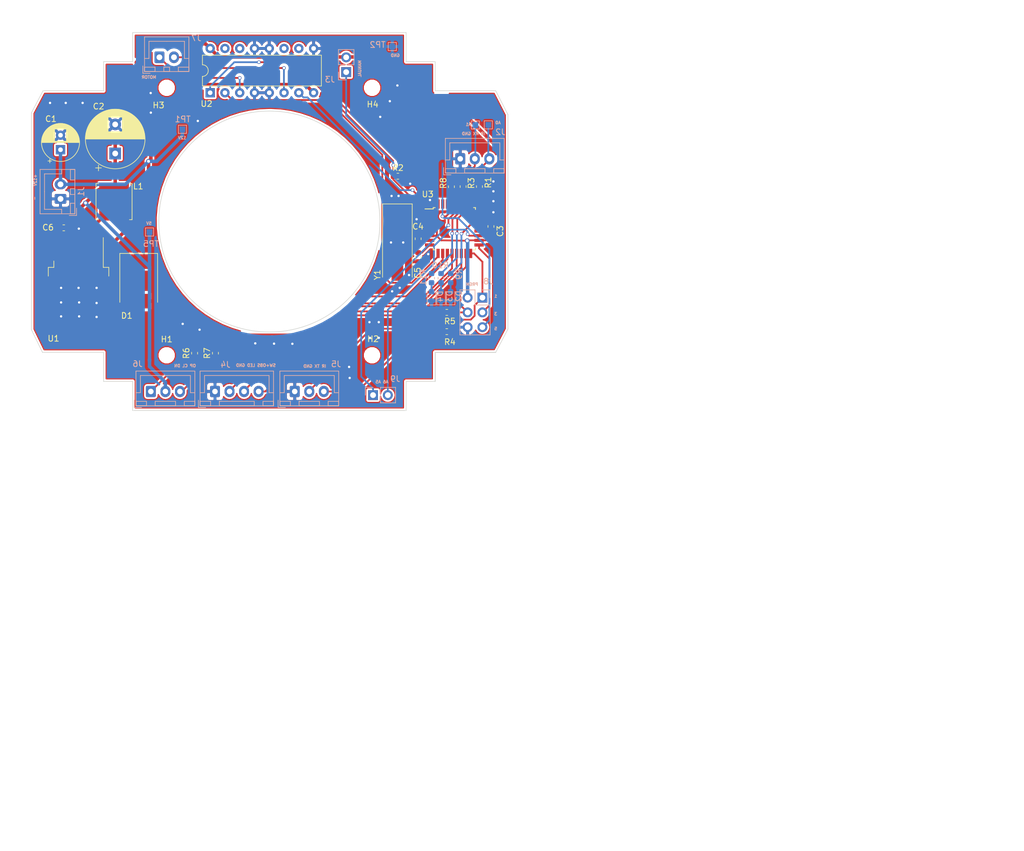
<source format=kicad_pcb>
(kicad_pcb (version 20171130) (host pcbnew 5.0.2-bee76a0~70~ubuntu18.04.1)
  (title_block (date "jeu. 02 avril 2015"))
  (layers (0 F.Cu signal) (31 B.Cu signal) (34 B.Paste user) (35 F.Paste user) (36 B.SilkS user) (37 F.SilkS user) (38 B.Mask user) (39 F.Mask user) (44 Edge.Cuts user))
  (net 0 "")
  (net 1 GND)
  (net 2 /2)
  (net 3 /4)
  (net 4 /7)
  (net 5 /8)
  (net 6 +5V)
  (net 7 +12V)
  (net 8 "Net-(D1-Pad1)")
  (net 9 /6)
  (net 10 /3)
  (net 11 "Net-(J7-Pad2)")
  (net 12 "Net-(J7-Pad1)")
  (net 13 /10)
  (net 14 /11)
  (net 15 /12)
  (net 16 /5)
  (net 17 "Net-(C3-Pad1)")
  (net 18 "Net-(C4-Pad2)")
  (net 19 "Net-(C5-Pad2)")
  (net 20 "Net-(D3-Pad2)")
  (net 21 "Net-(D4-Pad2)")
  (net 22 /A0)
  (net 23 "Net-(D2-Pad2)")
  (net 24 /A1)
  (net 25 /9)
  (net 26 "Net-(J5-Pad2)")
  (net 27 "Net-(J5-Pad3)")
  (net 28 /Atmega328p_board/SCK)
  (net 29 /Atmega328p_board/RESET)
  (net 30 /Atmega328p_board/A6)
  (net 31 /Atmega328p_board/A5)
  (net 32 /Atmega328p_board/A2)
  (net 33 /Atmega328p_board/A3)
  (net 34 /Atmega328p_board/A4)
  (module TestPoint:TestPoint_Pad_1.0x1.0mm (layer B.Cu) (at 174.3 48.8)
    (fp_text reference TP4 hide)
    (fp_text value TestPoint)
    (pad 1 smd rect (at 0 0) (size 1 1) (layers B.Cu B.Mask) (net 24 /A1))
  )
  (module Resistor_SMD:R_0603_1608Metric (layer F.Cu) (at 160.9875 57.6)
    (fp_text reference R2 (at 0 -1.43) (layer F.SilkS))
    (fp_text value 100K)
    (pad 1 smd roundrect (at -0.7875 0) (size 0.875 0.95) (layers F.Cu F.Paste F.Mask) (net 3 /4))
    (pad 2 smd roundrect (at 0.7875 0) (size 0.875 0.95) (layers F.Cu F.Paste F.Mask) (net 1 GND))
  )
  (module Resistor_SMD:R_0603_1608Metric (layer F.Cu) (at 175 59.3875 270)
    (fp_text reference R1 (at -0.6875 -1.5 90) (layer F.SilkS))
    (fp_text value 60K)
    (pad 1 smd roundrect (at -0.7875 0 270) (size 0.875 0.95) (layers F.Cu F.Paste F.Mask) (net 6 +5V))
    (pad 2 smd roundrect (at 0.7875 0 270) (size 0.875 0.95) (layers F.Cu F.Paste F.Mask) (net 22 /A0))
  )
  (module Resistor_SMD:R_0603_1608Metric (layer F.Cu) (at 172.2 59.3875 270)
    (fp_text reference R3 (at -0.5875 -1.4 270) (layer F.SilkS))
    (fp_text value 60K)
    (pad 2 smd roundrect (at 0.7875 0 270) (size 0.875 0.95) (layers F.Cu F.Paste F.Mask) (net 24 /A1))
    (pad 1 smd roundrect (at -0.7875 0 270) (size 0.875 0.95) (layers F.Cu F.Paste F.Mask) (net 6 +5V))
  )
  (module Resistor_SMD:R_0603_1608Metric (layer F.Cu) (at 169.3925 84.328 180)
    (fp_text reference R4 (at -0.5335 -1.778 180) (layer F.SilkS))
    (fp_text value 150E)
    (pad 1 smd roundrect (at -0.7875 0 180) (size 0.875 0.95) (layers F.Cu F.Paste F.Mask) (net 15 /12))
    (pad 2 smd roundrect (at 0.7875 0 180) (size 0.875 0.95) (layers F.Cu F.Paste F.Mask) (net 27 "Net-(J5-Pad3)"))
  )
  (module Connector_JST:JST_XH_B03B-XH-A_1x03_P2.50mm_Vertical (layer B.Cu) (at 171.704 54.61)
    (fp_text reference J2 (at 6.9 -4.6) (layer B.SilkS) (effects (justify mirror)))
    (fp_text value JST_XH_3pin)
    (pad 3 thru_hole oval (at 5 0) (size 1.7 1.95) (drill 0.95) (layers *.Cu *.Mask) (net 22 /A0))
    (pad 2 thru_hole oval (at 2.5 0) (size 1.7 1.95) (drill 0.95) (layers *.Cu *.Mask) (net 24 /A1))
    (pad 1 thru_hole roundrect (at 0 0) (size 1.7 1.95) (drill 0.95) (layers *.Cu *.Mask) (roundrect_rratio 0.147059) (net 1 GND))
  )
  (module Package_QFP:TQFP-32_7x7mm_P0.8mm (layer F.Cu) (at 170.69 66.63)
    (fp_text reference U3 (at -4.574 -5.924) (layer F.SilkS))
    (fp_text value ATmega328P-AU)
    (pad 32 smd rect (at -2.8 -4.25 90) (size 1.6 0.55) (layers F.Cu F.Paste F.Mask) (net 2 /2))
    (pad 31 smd rect (at -2 -4.25 90) (size 1.6 0.55) (layers F.Cu F.Paste F.Mask))
    (pad 30 smd rect (at -1.2 -4.25 90) (size 1.6 0.55) (layers F.Cu F.Paste F.Mask))
    (pad 29 smd rect (at -0.4 -4.25 90) (size 1.6 0.55) (layers F.Cu F.Paste F.Mask) (net 29 /Atmega328p_board/RESET))
    (pad 28 smd rect (at 0.4 -4.25 90) (size 1.6 0.55) (layers F.Cu F.Paste F.Mask) (net 31 /Atmega328p_board/A5))
    (pad 27 smd rect (at 1.2 -4.25 90) (size 1.6 0.55) (layers F.Cu F.Paste F.Mask) (net 34 /Atmega328p_board/A4))
    (pad 26 smd rect (at 2 -4.25 90) (size 1.6 0.55) (layers F.Cu F.Paste F.Mask) (net 33 /Atmega328p_board/A3))
    (pad 25 smd rect (at 2.8 -4.25 90) (size 1.6 0.55) (layers F.Cu F.Paste F.Mask) (net 32 /Atmega328p_board/A2))
    (pad 24 smd rect (at 4.25 -2.8) (size 1.6 0.55) (layers F.Cu F.Paste F.Mask) (net 24 /A1))
    (pad 23 smd rect (at 4.25 -2) (size 1.6 0.55) (layers F.Cu F.Paste F.Mask) (net 22 /A0))
    (pad 22 smd rect (at 4.25 -1.2) (size 1.6 0.55) (layers F.Cu F.Paste F.Mask))
    (pad 21 smd rect (at 4.25 -0.4) (size 1.6 0.55) (layers F.Cu F.Paste F.Mask) (net 1 GND))
    (pad 20 smd rect (at 4.25 0.4) (size 1.6 0.55) (layers F.Cu F.Paste F.Mask) (net 17 "Net-(C3-Pad1)"))
    (pad 19 smd rect (at 4.25 1.2) (size 1.6 0.55) (layers F.Cu F.Paste F.Mask) (net 30 /Atmega328p_board/A6))
    (pad 18 smd rect (at 4.25 2) (size 1.6 0.55) (layers F.Cu F.Paste F.Mask) (net 6 +5V))
    (pad 17 smd rect (at 4.25 2.8) (size 1.6 0.55) (layers F.Cu F.Paste F.Mask) (net 28 /Atmega328p_board/SCK))
    (pad 16 smd rect (at 2.8 4.25 90) (size 1.6 0.55) (layers F.Cu F.Paste F.Mask) (net 15 /12))
    (pad 15 smd rect (at 2 4.25 90) (size 1.6 0.55) (layers F.Cu F.Paste F.Mask) (net 14 /11))
    (pad 14 smd rect (at 1.2 4.25 90) (size 1.6 0.55) (layers F.Cu F.Paste F.Mask) (net 13 /10))
    (pad 13 smd rect (at 0.4 4.25 90) (size 1.6 0.55) (layers F.Cu F.Paste F.Mask) (net 25 /9))
    (pad 12 smd rect (at -0.4 4.25 90) (size 1.6 0.55) (layers F.Cu F.Paste F.Mask) (net 5 /8))
    (pad 11 smd rect (at -1.2 4.25 90) (size 1.6 0.55) (layers F.Cu F.Paste F.Mask) (net 4 /7))
    (pad 10 smd rect (at -2 4.25 90) (size 1.6 0.55) (layers F.Cu F.Paste F.Mask) (net 9 /6))
    (pad 9 smd rect (at -2.8 4.25 90) (size 1.6 0.55) (layers F.Cu F.Paste F.Mask) (net 16 /5))
    (pad 8 smd rect (at -4.25 2.8) (size 1.6 0.55) (layers F.Cu F.Paste F.Mask) (net 19 "Net-(C5-Pad2)"))
    (pad 7 smd rect (at -4.25 2) (size 1.6 0.55) (layers F.Cu F.Paste F.Mask) (net 18 "Net-(C4-Pad2)"))
    (pad 6 smd rect (at -4.25 1.2) (size 1.6 0.55) (layers F.Cu F.Paste F.Mask) (net 6 +5V))
    (pad 5 smd rect (at -4.25 0.4) (size 1.6 0.55) (layers F.Cu F.Paste F.Mask) (net 1 GND))
    (pad 4 smd rect (at -4.25 -0.4) (size 1.6 0.55) (layers F.Cu F.Paste F.Mask) (net 6 +5V))
    (pad 3 smd rect (at -4.25 -1.2) (size 1.6 0.55) (layers F.Cu F.Paste F.Mask) (net 1 GND))
    (pad 2 smd rect (at -4.25 -2) (size 1.6 0.55) (layers F.Cu F.Paste F.Mask) (net 3 /4))
    (pad 1 smd rect (at -4.25 -2.8) (size 1.6 0.55) (layers F.Cu F.Paste F.Mask) (net 10 /3))
  )
  (module Resistor_SMD:R_0603_1608Metric (layer F.Cu) (at 170.18 59.4105 270)
    (fp_text reference R8 (at -0.6105 1.38 270) (layer F.SilkS))
    (fp_text value 10K)
    (pad 1 smd roundrect (at -0.7875 0 270) (size 0.875 0.95) (layers F.Cu F.Paste F.Mask) (net 6 +5V))
    (pad 2 smd roundrect (at 0.7875 0 270) (size 0.875 0.95) (layers F.Cu F.Paste F.Mask) (net 29 /Atmega328p_board/RESET))
  )
  (module Connector_JST:JST_XH_B04B-XH-A_1x04_P2.50mm_Vertical (layer B.Cu) (at 129.55 94.625)
    (fp_text reference J4 (at 1.8 -4.625) (layer B.SilkS) (effects (justify mirror)))
    (fp_text value JST_XH_4pin)
    (pad 4 thru_hole oval (at 7.5 0) (size 1.7 1.95) (drill 0.95) (layers *.Cu *.Mask) (net 13 /10))
    (pad 3 thru_hole oval (at 5 0) (size 1.7 1.95) (drill 0.95) (layers *.Cu *.Mask) (net 25 /9))
    (pad 2 thru_hole oval (at 2.5 0) (size 1.7 1.95) (drill 0.95) (layers *.Cu *.Mask) (net 5 /8))
    (pad 1 thru_hole roundrect (at 0 0) (size 1.7 1.95) (drill 0.95) (layers *.Cu *.Mask) (roundrect_rratio 0.147059) (net 1 GND))
  )
  (module Connector_JST:JST_XH_B02B-XH-A_1x02_P2.50mm_Vertical (layer B.Cu) (at 120 37.15)
    (fp_text reference J7 (at 6.35 -3.3) (layer B.SilkS) (effects (justify mirror)))
    (fp_text value JST_XH_2pin)
    (pad 1 thru_hole roundrect (at 0 0) (size 1.7 2) (drill 1) (layers *.Cu *.Mask) (roundrect_rratio 0.147059) (net 12 "Net-(J7-Pad1)"))
    (pad 2 thru_hole oval (at 2.5 0) (size 1.7 2) (drill 1) (layers *.Cu *.Mask) (net 11 "Net-(J7-Pad2)"))
  )
  (module Connector_JST:JST_XH_B02B-XH-A_1x02_P2.50mm_Vertical (layer B.Cu) (at 103 61.5 90)
    (fp_text reference J1 (at 1.25 3.55 90) (layer B.SilkS) (effects (justify mirror)))
    (fp_text value JST_XH_2pin)
    (pad 1 thru_hole roundrect (at 0 0 90) (size 1.7 2) (drill 1) (layers *.Cu *.Mask) (roundrect_rratio 0.147059) (net 1 GND))
    (pad 2 thru_hole oval (at 2.5 0 90) (size 1.7 2) (drill 1) (layers *.Cu *.Mask) (net 7 +12V))
  )
  (module Package_DIP:DIP-16_W7.62mm (layer F.Cu) (at 128.72 43.25 90)
    (fp_text reference U2 (at -1.9 -0.62 180) (layer F.SilkS))
    (fp_text value L293D)
    (pad 1 thru_hole rect (at 0 0 90) (size 1.6 1.6) (drill 0.8) (layers *.Cu *.Mask) (net 2 /2))
    (pad 9 thru_hole oval (at 7.62 17.78 90) (size 1.6 1.6) (drill 0.8) (layers *.Cu *.Mask) (net 1 GND))
    (pad 2 thru_hole oval (at 0 2.54 90) (size 1.6 1.6) (drill 0.8) (layers *.Cu *.Mask) (net 16 /5))
    (pad 10 thru_hole oval (at 7.62 15.24 90) (size 1.6 1.6) (drill 0.8) (layers *.Cu *.Mask))
    (pad 3 thru_hole oval (at 0 5.08 90) (size 1.6 1.6) (drill 0.8) (layers *.Cu *.Mask) (net 12 "Net-(J7-Pad1)"))
    (pad 11 thru_hole oval (at 7.62 12.7 90) (size 1.6 1.6) (drill 0.8) (layers *.Cu *.Mask))
    (pad 4 thru_hole oval (at 0 7.62 90) (size 1.6 1.6) (drill 0.8) (layers *.Cu *.Mask) (net 1 GND))
    (pad 12 thru_hole oval (at 7.62 10.16 90) (size 1.6 1.6) (drill 0.8) (layers *.Cu *.Mask) (net 1 GND))
    (pad 5 thru_hole oval (at 0 10.16 90) (size 1.6 1.6) (drill 0.8) (layers *.Cu *.Mask) (net 1 GND))
    (pad 13 thru_hole oval (at 7.62 7.62 90) (size 1.6 1.6) (drill 0.8) (layers *.Cu *.Mask) (net 1 GND))
    (pad 6 thru_hole oval (at 0 12.7 90) (size 1.6 1.6) (drill 0.8) (layers *.Cu *.Mask) (net 11 "Net-(J7-Pad2)"))
    (pad 14 thru_hole oval (at 7.62 5.08 90) (size 1.6 1.6) (drill 0.8) (layers *.Cu *.Mask))
    (pad 7 thru_hole oval (at 0 15.24 90) (size 1.6 1.6) (drill 0.8) (layers *.Cu *.Mask) (net 10 /3))
    (pad 15 thru_hole oval (at 7.62 2.54 90) (size 1.6 1.6) (drill 0.8) (layers *.Cu *.Mask))
    (pad 8 thru_hole oval (at 0 17.78 90) (size 1.6 1.6) (drill 0.8) (layers *.Cu *.Mask) (net 7 +12V))
    (pad 16 thru_hole oval (at 7.62 0 90) (size 1.6 1.6) (drill 0.8) (layers *.Cu *.Mask) (net 6 +5V))
  )
  (module Package_TO_SOT_SMD:TO-263-5_TabPin3 (layer F.Cu) (at 106.1 76.235 270)
    (fp_text reference U1 (at 9.275 4.3) (layer F.SilkS))
    (fp_text value LM2576R-5.0)
    (pad 1 smd rect (at -5.775 -3.4 270) (size 4.6 1.1) (layers F.Cu F.Paste F.Mask) (net 7 +12V))
    (pad 2 smd rect (at -5.775 -1.7 270) (size 4.6 1.1) (layers F.Cu F.Paste F.Mask) (net 8 "Net-(D1-Pad1)"))
    (pad 3 smd rect (at -5.775 0 270) (size 4.6 1.1) (layers F.Cu F.Paste F.Mask) (net 1 GND))
    (pad 4 smd rect (at -5.775 1.7 270) (size 4.6 1.1) (layers F.Cu F.Paste F.Mask) (net 6 +5V))
    (pad 5 smd rect (at -5.775 3.4 270) (size 4.6 1.1) (layers F.Cu F.Paste F.Mask) (net 1 GND))
    (pad 3 smd rect (at 3.375 0 270) (size 9.4 10.8) (layers F.Cu F.Mask) (net 1 GND))
  )
  (module Inductor_SMD:L_Bourns_SRN6045TA (layer F.Cu) (at 112.2 61.975 90)
    (fp_text reference L1 (at 2.625 4.15 180) (layer F.SilkS))
    (fp_text value SRN6045-101M)
    (pad 1 smd rect (at -2.075 0 90) (size 2.35 5.1) (layers F.Cu F.Paste F.Mask) (net 8 "Net-(D1-Pad1)"))
    (pad 2 smd rect (at 2.075 0 90) (size 2.35 5.1) (layers F.Cu F.Paste F.Mask) (net 6 +5V))
  )
  (module Capacitor_THT:CP_Radial_D6.3mm_P2.50mm (layer F.Cu) (at 103 53.05 90)
    (fp_text reference C1 (at 5.3 -1.65 180) (layer F.SilkS))
    (fp_text value 100uF,25V)
    (pad 1 thru_hole rect (at 0 0 90) (size 1.6 1.6) (drill 0.8) (layers *.Cu *.Mask) (net 7 +12V))
    (pad 2 thru_hole circle (at 2.5 0 90) (size 1.6 1.6) (drill 0.8) (layers *.Cu *.Mask) (net 1 GND))
  )
  (module Capacitor_THT:CP_Radial_D10.0mm_P5.00mm (layer F.Cu) (at 112.4 53.7 90)
    (fp_text reference C2 (at 8.1 -2.85 180) (layer F.SilkS))
    (fp_text value 1000uF,16V)
    (pad 1 thru_hole rect (at 0 0 90) (size 2 2) (drill 1) (layers *.Cu *.Mask) (net 6 +5V))
    (pad 2 thru_hole circle (at 5 0 90) (size 2 2) (drill 1) (layers *.Cu *.Mask) (net 1 GND))
  )
  (module Diode_SMD:D_SMC (layer F.Cu) (at 116.44 75.69 270)
    (fp_text reference D1 (at 5.9 2.05) (layer F.SilkS))
    (fp_text value SS34)
    (pad 1 smd rect (at -3.4 0) (size 3.3 2.5) (layers F.Cu F.Paste F.Mask) (net 8 "Net-(D1-Pad1)"))
    (pad 2 smd rect (at 3.4 0) (size 3.3 2.5) (layers F.Cu F.Paste F.Mask) (net 1 GND))
  )
  (module Connector_JST:JST_XH_B03B-XH-A_1x03_P2.50mm_Vertical (layer B.Cu) (at 118.525 94.625)
    (fp_text reference J6 (at -2.275 -4.75) (layer B.SilkS) (effects (justify mirror)))
    (fp_text value JST_XH_3pin)
    (pad 1 thru_hole roundrect (at 0 0) (size 1.7 1.95) (drill 0.95) (layers *.Cu *.Mask) (roundrect_rratio 0.147059) (net 9 /6))
    (pad 2 thru_hole oval (at 2.5 0) (size 1.7 1.95) (drill 0.95) (layers *.Cu *.Mask) (net 6 +5V))
    (pad 3 thru_hole oval (at 5 0) (size 1.7 1.95) (drill 0.95) (layers *.Cu *.Mask) (net 4 /7))
  )
  (module MountingHole:MountingHole_2.2mm_M2_ISO7380 (layer F.Cu) (at 121.25 88.4)
    (fp_text reference H1 (at 0 -2.75) (layer F.SilkS))
    (fp_text value MountingHole)
    (pad 1 np_thru_hole circle (at 0 0) (size 2.2 2.2) (drill 2.2) (layers *.Cu *.Mask))
  )
  (module MountingHole:MountingHole_2.2mm_M2_ISO7380 (layer F.Cu) (at 156.55 88.4)
    (fp_text reference H2 (at 0.168 -2.802) (layer F.SilkS))
    (fp_text value MountingHole)
    (pad 1 np_thru_hole circle (at 0 0) (size 2.2 2.2) (drill 2.2) (layers *.Cu *.Mask))
  )
  (module MountingHole:MountingHole_2.2mm_M2_ISO7380 (layer F.Cu) (at 121.25 42.4)
    (fp_text reference H3 (at -1.4 3) (layer F.SilkS))
    (fp_text value MountingHole)
    (pad 1 np_thru_hole circle (at 0 0) (size 2.2 2.2) (drill 2.2) (layers *.Cu *.Mask))
  )
  (module MountingHole:MountingHole_2.2mm_M2_ISO7380 (layer F.Cu) (at 156.55 42.4)
    (fp_text reference H4 (at 0.1 2.85) (layer F.SilkS))
    (fp_text value MountingHole)
    (pad 1 np_thru_hole circle (at 0 0) (size 2.2 2.2) (drill 2.2) (layers *.Cu *.Mask))
  )
  (module Capacitor_SMD:C_0603_1608Metric (layer F.Cu) (at 176.98 66.24 90)
    (fp_text reference C3 (at -0.816 1.582 90) (layer F.SilkS))
    (fp_text value 0.1uF)
    (pad 2 smd roundrect (at 0.7875 0 90) (size 0.875 0.95) (layers F.Cu F.Paste F.Mask) (net 1 GND))
    (pad 1 smd roundrect (at -0.7875 0 90) (size 0.875 0.95) (layers F.Cu F.Paste F.Mask) (net 17 "Net-(C3-Pad1)"))
  )
  (module Capacitor_SMD:C_0603_1608Metric (layer F.Cu) (at 164.47 68.3605 270)
    (fp_text reference C4 (at -2.1025 0.02) (layer F.SilkS))
    (fp_text value 22pF)
    (pad 1 smd roundrect (at -0.7875 0 270) (size 0.875 0.95) (layers F.Cu F.Paste F.Mask) (net 1 GND))
    (pad 2 smd roundrect (at 0.7875 0 270) (size 0.875 0.95) (layers F.Cu F.Paste F.Mask) (net 18 "Net-(C4-Pad2)"))
  )
  (module Capacitor_SMD:C_0603_1608Metric (layer F.Cu) (at 164.48 71.5355 90)
    (fp_text reference C5 (at -2.6895 -0.105 90) (layer F.SilkS))
    (fp_text value 22pF)
    (pad 2 smd roundrect (at 0.7875 0 90) (size 0.875 0.95) (layers F.Cu F.Paste F.Mask) (net 19 "Net-(C5-Pad2)"))
    (pad 1 smd roundrect (at -0.7875 0 90) (size 0.875 0.95) (layers F.Cu F.Paste F.Mask) (net 1 GND))
  )
  (module Capacitor_SMD:C_0603_1608Metric (layer F.Cu) (at 103.5625 66.48)
    (fp_text reference C6 (at -2.7025 -0.06) (layer F.SilkS))
    (fp_text value 0.1uF)
    (pad 1 smd roundrect (at -0.7875 0) (size 0.875 0.95) (layers F.Cu F.Paste F.Mask) (net 1 GND))
    (pad 2 smd roundrect (at 0.7875 0) (size 0.875 0.95) (layers F.Cu F.Paste F.Mask) (net 6 +5V))
  )
  (module Connector_PinHeader_2.54mm:PinHeader_1x02_P2.54mm_Vertical (layer B.Cu) (at 152.1 39.7)
    (fp_text reference J3 (at -2.794 1.27) (layer B.SilkS) (effects (justify mirror)))
    (fp_text value Conn_01x02)
    (pad 1 thru_hole rect (at 0 0) (size 1.7 1.7) (drill 1) (layers *.Cu *.Mask) (net 3 /4))
    (pad 2 thru_hole oval (at 0 -2.54) (size 1.7 1.7) (drill 1) (layers *.Cu *.Mask) (net 6 +5V))
  )
  (module Connector_PinHeader_2.54mm:PinHeader_1x02_P2.54mm_Vertical (layer B.Cu) (at 156.718 95.25 270)
    (fp_text reference J9 (at -2.794 -3.81) (layer B.SilkS) (effects (justify mirror)))
    (fp_text value Conn_01x02)
    (pad 2 thru_hole oval (at 0 -2.54 270) (size 1.7 1.7) (drill 1) (layers *.Cu *.Mask) (net 30 /Atmega328p_board/A6))
    (pad 1 thru_hole rect (at 0 0 270) (size 1.7 1.7) (drill 1) (layers *.Cu *.Mask) (net 31 /Atmega328p_board/A5))
  )
  (module Resistor_SMD:R_0603_1608Metric (layer F.Cu) (at 126.05 88.0375 90)
    (fp_text reference R6 (at 0 -1.43 90) (layer F.SilkS))
    (fp_text value 100K)
    (pad 2 smd roundrect (at 0.7875 0 90) (size 0.875 0.95) (layers F.Cu F.Paste F.Mask) (net 1 GND))
    (pad 1 smd roundrect (at -0.7875 0 90) (size 0.875 0.95) (layers F.Cu F.Paste F.Mask) (net 9 /6))
  )
  (module Resistor_SMD:R_0603_1608Metric (layer F.Cu) (at 129.625 88.0375 90)
    (fp_text reference R7 (at 0 -1.43 90) (layer F.SilkS))
    (fp_text value 100K)
    (pad 1 smd roundrect (at -0.7875 0 90) (size 0.875 0.95) (layers F.Cu F.Paste F.Mask) (net 4 /7))
    (pad 2 smd roundrect (at 0.7875 0 90) (size 0.875 0.95) (layers F.Cu F.Paste F.Mask) (net 1 GND))
  )
  (module Resistor_SMD:R_0603_1608Metric (layer B.Cu) (at 170.052 75.128 90)
    (fp_text reference R9 (at 0.698 1.428 90) (layer B.SilkS) (effects (justify mirror)))
    (fp_text value 150E)
    (pad 1 smd roundrect (at -0.7875 0 90) (size 0.875 0.95) (layers B.Cu B.Paste B.Mask) (net 23 "Net-(D2-Pad2)"))
    (pad 2 smd roundrect (at 0.7875 0 90) (size 0.875 0.95) (layers B.Cu B.Paste B.Mask) (net 32 /Atmega328p_board/A2))
  )
  (module Resistor_SMD:R_0603_1608Metric (layer B.Cu) (at 168.4095 75.128 90)
    (fp_text reference R10 (at 2.228 -0.1095) (layer B.SilkS) (effects (justify mirror)))
    (fp_text value 150E)
    (pad 2 smd roundrect (at 0.7875 0 90) (size 0.875 0.95) (layers B.Cu B.Paste B.Mask) (net 33 /Atmega328p_board/A3))
    (pad 1 smd roundrect (at -0.7875 0 90) (size 0.875 0.95) (layers B.Cu B.Paste B.Mask) (net 20 "Net-(D3-Pad2)"))
  )
  (module Resistor_SMD:R_0603_1608Metric (layer B.Cu) (at 166.767 75.128 90)
    (fp_text reference R11 (at 0.128 -1.427 90) (layer B.SilkS) (effects (justify mirror)))
    (fp_text value 150E)
    (pad 1 smd roundrect (at -0.7875 0 90) (size 0.875 0.95) (layers B.Cu B.Paste B.Mask) (net 21 "Net-(D4-Pad2)"))
    (pad 2 smd roundrect (at 0.7875 0 90) (size 0.875 0.95) (layers B.Cu B.Paste B.Mask) (net 34 /Atmega328p_board/A4))
  )
  (module Crystal:Crystal_SMD_HC49-SD (layer F.Cu) (at 160.9 69.078 270)
    (fp_text reference Y1 (at 5.48 3.44 270) (layer F.SilkS))
    (fp_text value ABLS-16.000MHZ-B4-T)
    (pad 1 smd rect (at -4.25 0 270) (size 4.5 2) (layers F.Cu F.Paste F.Mask) (net 18 "Net-(C4-Pad2)"))
    (pad 2 smd rect (at 4.25 0 270) (size 4.5 2) (layers F.Cu F.Paste F.Mask) (net 19 "Net-(C5-Pad2)"))
  )
  (module TestPoint:TestPoint_Pad_1.0x1.0mm (layer B.Cu) (at 123.952 49.53)
    (fp_text reference TP1 (at 0.048 -1.73) (layer B.SilkS) (effects (justify mirror)))
    (fp_text value TestPoint)
    (pad 1 smd rect (at 0 0) (size 1 1) (layers B.Cu B.Mask) (net 7 +12V))
  )
  (module TestPoint:TestPoint_Pad_1.0x1.0mm (layer B.Cu) (at 160.02 35.306)
    (fp_text reference TP2 (at -2.52 -0.306) (layer B.SilkS) (effects (justify mirror)))
    (fp_text value TestPoint)
    (pad 1 smd rect (at 0 0) (size 1 1) (layers B.Cu B.Mask) (net 1 GND))
  )
  (module TestPoint:TestPoint_Pad_1.0x1.0mm (layer B.Cu) (at 176.53 48.768)
    (fp_text reference TP3 hide)
    (fp_text value TestPoint)
    (pad 1 smd rect (at 0 0) (size 1 1) (layers B.Cu B.Mask) (net 22 /A0))
  )
  (module TestPoint:TestPoint_Pad_1.0x1.0mm (layer B.Cu) (at 118.3 67.2)
    (fp_text reference TP5 (at 0.254 2.032) (layer B.SilkS) (effects (justify mirror)))
    (fp_text value TestPoint)
    (pad 1 smd rect (at 0 0) (size 1 1) (layers B.Cu B.Mask) (net 6 +5V))
  )
  (module Connector_JST:JST_XH_B03B-XH-A_1x03_P2.50mm_Vertical (layer B.Cu) (at 143.256 94.625)
    (fp_text reference J5 (at 7.112 -4.709) (layer B.SilkS) (effects (justify mirror)))
    (fp_text value JST_XH_3pin)
    (pad 1 thru_hole roundrect (at 0 0) (size 1.7 1.95) (drill 0.95) (layers *.Cu *.Mask) (roundrect_rratio 0.147059) (net 1 GND))
    (pad 2 thru_hole oval (at 2.5 0) (size 1.7 1.95) (drill 0.95) (layers *.Cu *.Mask) (net 26 "Net-(J5-Pad2)"))
    (pad 3 thru_hole oval (at 5 0) (size 1.7 1.95) (drill 0.95) (layers *.Cu *.Mask) (net 27 "Net-(J5-Pad3)"))
  )
  (module Connector_PinHeader_2.54mm:PinHeader_2x03_P2.54mm_Vertical (layer B.Cu) (at 175.514 78.486 180)
    (fp_text reference J8 (at -1.016 2.794 180) (layer B.SilkS) (effects (justify mirror)))
    (fp_text value Conn_02x03_Odd_Even)
    (pad 1 thru_hole rect (at 0 0 180) (size 1.7 1.7) (drill 1) (layers *.Cu *.Mask) (net 15 /12))
    (pad 2 thru_hole oval (at 2.54 0 180) (size 1.7 1.7) (drill 1) (layers *.Cu *.Mask) (net 6 +5V))
    (pad 3 thru_hole oval (at 0 -2.54 180) (size 1.7 1.7) (drill 1) (layers *.Cu *.Mask) (net 28 /Atmega328p_board/SCK))
    (pad 4 thru_hole oval (at 2.54 -2.54 180) (size 1.7 1.7) (drill 1) (layers *.Cu *.Mask) (net 14 /11))
    (pad 5 thru_hole oval (at 0 -5.08 180) (size 1.7 1.7) (drill 1) (layers *.Cu *.Mask) (net 29 /Atmega328p_board/RESET))
    (pad 6 thru_hole oval (at 2.54 -5.08 180) (size 1.7 1.7) (drill 1) (layers *.Cu *.Mask) (net 1 GND))
  )
  (module Resistor_SMD:R_0603_1608Metric (layer F.Cu) (at 169.3925 81.026 180)
    (fp_text reference R5 (at -0.5335 -1.524 180) (layer F.SilkS))
    (fp_text value 150E)
    (pad 1 smd roundrect (at -0.7875 0 180) (size 0.875 0.95) (layers F.Cu F.Paste F.Mask) (net 14 /11))
    (pad 2 smd roundrect (at 0.7875 0 180) (size 0.875 0.95) (layers F.Cu F.Paste F.Mask) (net 26 "Net-(J5-Pad2)"))
  )
  (module LED_SMD:LED_0603_1608Metric (layer B.Cu) (at 170.052 78.228 90)
    (fp_text reference D2 (at 0 1.43 90) (layer B.SilkS) (effects (justify mirror)))
    (fp_text value LED_RED)
    (pad 2 smd roundrect (at 0.7875 0 90) (size 0.875 0.95) (layers B.Cu B.Paste B.Mask) (net 23 "Net-(D2-Pad2)"))
    (pad 1 smd roundrect (at -0.7875 0 90) (size 0.875 0.95) (layers B.Cu B.Paste B.Mask) (net 1 GND))
  )
  (module LED_SMD:LED_0603_1608Metric (layer B.Cu) (at 168.4095 78.228 90)
    (fp_text reference D3 (at 0 1.43 90) (layer B.SilkS) (effects (justify mirror)))
    (fp_text value LED_BLUE)
    (pad 1 smd roundrect (at -0.7875 0 90) (size 0.875 0.95) (layers B.Cu B.Paste B.Mask) (net 1 GND))
    (pad 2 smd roundrect (at 0.7875 0 90) (size 0.875 0.95) (layers B.Cu B.Paste B.Mask) (net 20 "Net-(D3-Pad2)"))
  )
  (module LED_SMD:LED_0603_1608Metric (layer B.Cu) (at 166.767 78.258 90)
    (fp_text reference D4 (at 0 1.43 90) (layer B.SilkS) (effects (justify mirror)))
    (fp_text value LED_GREEN)
    (pad 1 smd roundrect (at -0.7875 0 90) (size 0.875 0.95) (layers B.Cu B.Paste B.Mask) (net 1 GND))
    (pad 2 smd roundrect (at 0.7875 0 90) (size 0.875 0.95) (layers B.Cu B.Paste B.Mask) (net 21 "Net-(D4-Pad2)"))
  )
  (gr_text A1 (at 173.1 48.7) (layer B.SilkS) (effects (font (size 0.5 0.5) (thickness 0.125)) (justify mirror)))
  (gr_text 5V (at 118.2 65.7) (layer B.SilkS) (effects (font (size 0.5 0.5) (thickness 0.125)) (justify mirror)))
  (gr_text 12V (at 123.9 51) (layer B.SilkS) (effects (font (size 0.5 0.5) (thickness 0.125)) (justify mirror)))
  (gr_text 5 (at 177.8 83.82) (layer B.SilkS) (effects (font (size 0.5 0.5) (thickness 0.125)) (justify mirror)))
  (gr_text 3 (at 177.8 81.28) (layer B.SilkS) (effects (font (size 0.5 0.5) (thickness 0.125)) (justify mirror)))
  (gr_text 1 (at 177.8 78.232) (layer B.SilkS) (effects (font (size 0.5 0.5) (thickness 0.125)) (justify mirror)))
  (gr_text A0 (at 178.2 48.4) (layer B.SilkS) (effects (font (size 0.5 0.5) (thickness 0.125)) (justify mirror)))
  (gr_text MOTOR (at 118.2 40.575) (layer B.SilkS) (effects (font (size 0.5 0.5) (thickness 0.125)) (justify mirror)))
  (gr_text GND (at 160.528 36.83) (layer B.SilkS) (effects (font (size 0.5 0.5) (thickness 0.125)) (justify mirror)))
  (gr_text "A6 A5" (at 158.242 92.964) (layer B.SilkS) (effects (font (size 0.5 0.5) (thickness 0.125)) (justify mirror)))
  (gr_text PRGM (at 173.736 76.2) (layer B.SilkS) (effects (font (size 0.5 0.5) (thickness 0.125)) (justify mirror)))
  (gr_text MANUAL (at 154.432 39.116 90) (layer B.SilkS) (effects (font (size 0.5 0.5) (thickness 0.125)) (justify mirror)))
  (gr_text "IR RX GND" (at 173.99 50.292) (layer B.SilkS) (effects (font (size 0.5 0.5) (thickness 0.125)) (justify mirror)))
  (gr_text "IR TX GND" (at 146.7 90.275) (layer B.SilkS) (effects (font (size 0.5 0.5) (thickness 0.125)) (justify mirror)))
  (gr_text "SW+OBS LED GND" (at 136.575 90.125) (layer B.SilkS) (effects (font (size 0.5 0.5) (thickness 0.125)) (justify mirror)))
  (gr_text "OP CL DN" (at 124.4 90.2) (layer B.SilkS) (effects (font (size 0.5 0.5) (thickness 0.125)) (justify mirror)))
  (gr_text - (at 98.55 61.4 90) (layer B.SilkS) (effects (font (size 0.5 0.5) (thickness 0.125)) (justify mirror)))
  (gr_text +12V (at 98.67 58.28 90) (layer B.SilkS) (effects (font (size 0.5 0.5) (thickness 0.125)) (justify mirror)))
  (gr_line (start 179.9 83.9) (end 177.8 87.9) (layer Edge.Cuts) (width 0.1))
  (gr_line (start 98 84) (end 99.9 87.9) (layer Edge.Cuts) (width 0.1))
  (gr_line (start 100 42.9) (end 98 46.7) (layer Edge.Cuts) (width 0.1))
  (gr_line (start 177.8 42.9) (end 179.9 47) (layer Edge.Cuts) (width 0.1))
  (gr_line (start 115.4 92.9) (end 115.4 97.9) (layer Edge.Cuts) (width 0.1))
  (gr_line (start 110.4 92.9) (end 115.4 92.9) (layer Edge.Cuts) (width 0.1))
  (gr_line (start 110.4 87.9) (end 110.4 92.9) (layer Edge.Cuts) (width 0.1))
  (gr_line (start 99.9 87.9) (end 110.4 87.9) (layer Edge.Cuts) (width 0.1))
  (gr_line (start 162.4 97.9) (end 115.4 97.9) (layer Edge.Cuts) (width 0.1))
  (gr_line (start 162.4 92.9) (end 162.4 97.9) (layer Edge.Cuts) (width 0.1))
  (gr_line (start 167.4 92.9) (end 162.4 92.9) (layer Edge.Cuts) (width 0.1))
  (gr_line (start 167.4 87.9) (end 167.4 92.9) (layer Edge.Cuts) (width 0.15))
  (gr_line (start 167.4 87.9) (end 177.8 87.9) (layer Edge.Cuts) (width 0.15))
  (gr_line (start 167.4 42.9) (end 177.8 42.9) (layer Edge.Cuts) (width 0.1))
  (gr_line (start 167.4 37.9) (end 167.4 42.9) (layer Edge.Cuts) (width 0.1))
  (gr_line (start 110.4 42.9) (end 100 42.9) (layer Edge.Cuts) (width 0.1))
  (gr_line (start 110.4 37.9) (end 110.4 42.9) (layer Edge.Cuts) (width 0.1))
  (gr_line (start 179.9 83.9) (end 179.9 47) (layer Edge.Cuts) (width 0.1))
  (gr_line (start 98 84) (end 98 46.7) (layer Edge.Cuts) (width 0.1))
  (gr_line (start 162.4 37.9) (end 167.4 37.9) (layer Edge.Cuts) (width 0.1))
  (gr_line (start 162.4 32.9) (end 162.4 37.9) (layer Edge.Cuts) (width 0.1))
  (gr_line (start 115.4 32.9) (end 162.4 32.9) (layer Edge.Cuts) (width 0.1))
  (gr_line (start 115.4 33) (end 115.4 32.9) (layer Edge.Cuts) (width 0.1))
  (gr_line (start 115.4 37.9) (end 115.4 33) (layer Edge.Cuts) (width 0.1))
  (gr_line (start 110.4 37.9) (end 115.4 37.9) (layer Edge.Cuts) (width 0.1))
  (gr_circle (center 138.9 65.4) (end 157.9 65.5) (layer Edge.Cuts) (width 0.1))
  (via (at 109.2 81.81) (size 0.6) (drill 0.4) (layers F.Cu B.Cu) (net 1))
  (via (at 106.2 81.71) (size 0.6) (drill 0.4) (layers F.Cu B.Cu) (net 1))
  (via (at 103.1 81.71) (size 0.6) (drill 0.4) (layers F.Cu B.Cu) (net 1))
  (via (at 109.2 79.41) (size 0.6) (drill 0.4) (layers F.Cu B.Cu) (net 1))
  (via (at 106.2 79.31) (size 0.6) (drill 0.4) (layers F.Cu B.Cu) (net 1))
  (via (at 103.1 79.31) (size 0.6) (drill 0.4) (layers F.Cu B.Cu) (net 1))
  (via (at 109.2 76.81) (size 0.6) (drill 0.4) (layers F.Cu B.Cu) (net 1))
  (via (at 106.1 76.81) (size 0.6) (drill 0.4) (layers F.Cu B.Cu) (net 1))
  (via (at 103.1 76.81) (size 0.6) (drill 0.4) (layers F.Cu B.Cu) (net 1))
  (via (at 126.6 48.1) (size 0.6) (drill 0.4) (layers F.Cu B.Cu) (net 1))
  (via (at 118.5 43.3) (size 0.6) (drill 0.4) (layers F.Cu B.Cu) (net 1))
  (segment (start 138.88 40.2) (end 138.88 35.63) (width 0.6) (layer B.Cu) (net 1))
  (via (at 118.525 46.675) (size 0.6) (drill 0.4) (layers F.Cu B.Cu) (net 1))
  (segment (start 138.88 43.25) (end 138.88 40.2) (width 0.6) (layer B.Cu) (net 1))
  (segment (start 103 70.16) (end 102.7 70.46) (width 0.6) (layer F.Cu) (net 1))
  (segment (start 176.2025 66.23) (end 176.98 65.4525) (width 0.3) (layer F.Cu) (net 1))
  (segment (start 174.94 66.23) (end 176.2025 66.23) (width 0.3) (layer F.Cu) (net 1))
  (via (at 166.2 71) (size 0.6) (drill 0.4) (layers F.Cu B.Cu) (net 1))
  (segment (start 165.013 67.03) (end 164.47 67.573) (width 0.3) (layer F.Cu) (net 1))
  (segment (start 166.44 67.03) (end 165.013 67.03) (width 0.3) (layer F.Cu) (net 1))
  (via (at 157.95 47.4) (size 0.6) (drill 0.4) (layers F.Cu B.Cu) (net 1))
  (via (at 142.85 86.425) (size 0.6) (drill 0.4) (layers F.Cu B.Cu) (net 1))
  (via (at 139.7 86.4) (size 0.6) (drill 0.4) (layers F.Cu B.Cu) (net 1))
  (via (at 136.475 86.35) (size 0.6) (drill 0.4) (layers F.Cu B.Cu) (net 1))
  (via (at 162.9 74.6) (size 0.6) (drill 0.4) (layers F.Cu B.Cu) (net 1))
  (via (at 106.15 66.625) (size 0.6) (drill 0.4) (layers F.Cu B.Cu) (net 1))
  (via (at 177.4 60.2) (size 0.6) (drill 0.4) (layers F.Cu B.Cu) (net 1))
  (via (at 177.4 61.9) (size 0.6) (drill 0.4) (layers F.Cu B.Cu) (net 1))
  (via (at 177.4 63.8) (size 0.6) (drill 0.4) (layers F.Cu B.Cu) (net 1))
  (via (at 161.3 76.8) (size 0.6) (drill 0.4) (layers F.Cu B.Cu) (net 1))
  (via (at 160 77.4) (size 0.6) (drill 0.4) (layers F.Cu B.Cu) (net 1))
  (via (at 156.1 82.7) (size 0.6) (drill 0.4) (layers F.Cu B.Cu) (net 1))
  (via (at 101.2 45) (size 0.6) (drill 0.4) (layers F.Cu B.Cu) (net 1))
  (via (at 103.9 45) (size 0.6) (drill 0.4) (layers F.Cu B.Cu) (net 1))
  (via (at 106.8 45) (size 0.6) (drill 0.4) (layers F.Cu B.Cu) (net 1))
  (via (at 124 83) (size 0.6) (drill 0.4) (layers F.Cu B.Cu) (net 1))
  (via (at 126.9 84) (size 0.6) (drill 0.4) (layers F.Cu B.Cu) (net 1))
  (via (at 160.9 42) (size 0.6) (drill 0.4) (layers F.Cu B.Cu) (net 1))
  (via (at 159.6 44.7) (size 0.6) (drill 0.4) (layers F.Cu B.Cu) (net 1))
  (via (at 163.1 58.9) (size 0.6) (drill 0.4) (layers F.Cu B.Cu) (net 1))
  (via (at 159.8 69) (size 0.6) (drill 0.4) (layers F.Cu B.Cu) (net 1))
  (via (at 161.9 69) (size 0.6) (drill 0.4) (layers F.Cu B.Cu) (net 1))
  (via (at 159.9 61) (size 0.6) (drill 0.4) (layers F.Cu B.Cu) (net 1))
  (via (at 161.1 61) (size 0.6) (drill 0.4) (layers F.Cu B.Cu) (net 1))
  (via (at 164.2 65) (size 0.6) (drill 0.4) (layers F.Cu B.Cu) (net 1))
  (via (at 157.7 82.7) (size 0.6) (drill 0.4) (layers F.Cu B.Cu) (net 1))
  (via (at 152.6 90.4) (size 0.6) (drill 0.4) (layers F.Cu B.Cu) (net 1))
  (via (at 152.7 92.3) (size 0.6) (drill 0.4) (layers F.Cu B.Cu) (net 1))
  (via (at 156.2 85.4) (size 0.6) (drill 0.4) (layers F.Cu B.Cu) (net 1))
  (via (at 157.7 85.4) (size 0.6) (drill 0.4) (layers F.Cu B.Cu) (net 1))
  (via (at 166.5 61.7) (size 0.6) (drill 0.4) (layers F.Cu B.Cu) (net 1))
  (via (at 177.4 58.5) (size 0.6) (drill 0.4) (layers F.Cu B.Cu) (net 1))
  (segment (start 171.7 54.606) (end 171.704 54.61) (width 0.3) (layer B.Cu) (net 1))
  (via (at 137.1 38) (size 0.6) (drill 0.4) (layers F.Cu B.Cu) (net 2))
  (segment (start 136.675736 38) (end 137.1 38) (width 0.3) (layer B.Cu) (net 2))
  (segment (start 128.72 43.25) (end 128.72 42.15) (width 0.3) (layer B.Cu) (net 2))
  (segment (start 132.87 38) (end 136.675736 38) (width 0.3) (layer B.Cu) (net 2))
  (segment (start 128.72 42.15) (end 132.87 38) (width 0.3) (layer B.Cu) (net 2))
  (segment (start 137.1 38) (end 143.100002 38) (width 0.3) (layer F.Cu) (net 2))
  (segment (start 143.100002 38) (end 147.775012 42.67501) (width 0.3) (layer F.Cu) (net 2))
  (segment (start 167.89 61.855) (end 167.89 62.38) (width 0.3) (layer F.Cu) (net 2))
  (segment (start 148.71001 42.67501) (end 167.89 61.855) (width 0.3) (layer F.Cu) (net 2))
  (segment (start 147.775012 42.67501) (end 148.71001 42.67501) (width 0.3) (layer F.Cu) (net 2))
  (segment (start 152.1 40.85) (end 152.1 39.7) (width 0.3) (layer B.Cu) (net 3))
  (via (at 160.2 55.7) (size 0.6) (drill 0.4) (layers F.Cu B.Cu) (net 3))
  (segment (start 152.1 47.175736) (end 152.1 40.85) (width 0.3) (layer B.Cu) (net 3))
  (segment (start 160.2 55.275736) (end 152.1 47.175736) (width 0.3) (layer B.Cu) (net 3))
  (segment (start 160.2 55.7) (end 160.2 55.275736) (width 0.3) (layer B.Cu) (net 3))
  (segment (start 160.2 57.6) (end 160.2 55.7) (width 0.3) (layer F.Cu) (net 3))
  (segment (start 165.34 64.63) (end 165.1 64.39) (width 0.3) (layer F.Cu) (net 3))
  (segment (start 166.44 64.63) (end 165.34 64.63) (width 0.3) (layer F.Cu) (net 3))
  (segment (start 165.1 63.075) (end 165.1 64.39) (width 0.3) (layer F.Cu) (net 3))
  (segment (start 160.2 58.175) (end 165.1 63.075) (width 0.3) (layer F.Cu) (net 3))
  (segment (start 160.2 57.6) (end 160.2 58.175) (width 0.3) (layer F.Cu) (net 3))
  (segment (start 123.825 94.625) (end 123.525 94.625) (width 0.3) (layer F.Cu) (net 4))
  (segment (start 129.625 88.825) (end 123.825 94.625) (width 0.3) (layer F.Cu) (net 4))
  (segment (start 153.80713 79.47499) (end 144.918732 88.363388) (width 0.3) (layer F.Cu) (net 4))
  (segment (start 161.90213 79.47499) (end 153.80713 79.47499) (width 0.3) (layer F.Cu) (net 4))
  (segment (start 144.918732 88.363388) (end 130.086612 88.363388) (width 0.3) (layer F.Cu) (net 4))
  (segment (start 169.49 71.88712) (end 161.90213 79.47499) (width 0.3) (layer F.Cu) (net 4))
  (segment (start 130.086612 88.363388) (end 129.625 88.825) (width 0.3) (layer F.Cu) (net 4))
  (segment (start 169.49 70.88) (end 169.49 71.88712) (width 0.3) (layer F.Cu) (net 4))
  (segment (start 132.05 94.5) (end 132.05 94.625) (width 0.3) (layer F.Cu) (net 5))
  (segment (start 170.29 70.88) (end 170.29 73.477122) (width 0.3) (layer F.Cu) (net 5))
  (segment (start 170.29 73.477122) (end 163.792122 79.975) (width 0.3) (layer F.Cu) (net 5))
  (segment (start 137.575 88.975) (end 132.05 94.5) (width 0.3) (layer F.Cu) (net 5))
  (segment (start 163.792122 79.975) (end 154.01424 79.975) (width 0.3) (layer F.Cu) (net 5))
  (segment (start 154.01424 79.975) (end 145.01424 88.975) (width 0.3) (layer F.Cu) (net 5))
  (segment (start 145.01424 88.975) (end 137.575 88.975) (width 0.3) (layer F.Cu) (net 5))
  (segment (start 104.4 72.420002) (end 104.4 70.46) (width 0.5) (layer F.Cu) (net 6))
  (segment (start 104.4 68.499998) (end 104.4 70.46) (width 0.5) (layer F.Cu) (net 6))
  (segment (start 112.2 59.9) (end 110.825 59.9) (width 0.6) (layer F.Cu) (net 6))
  (segment (start 113.575 59.9) (end 112.2 59.9) (width 0.6) (layer F.Cu) (net 6))
  (via (at 107.3 62.2) (size 0.8) (drill 0.5) (layers F.Cu B.Cu) (net 6))
  (segment (start 112.2 59.9) (end 109.6 59.9) (width 0.6) (layer F.Cu) (net 6))
  (segment (start 109.6 59.9) (end 107.3 62.2) (width 0.6) (layer F.Cu) (net 6))
  (segment (start 112.4 59.7) (end 112.2 59.9) (width 0.6) (layer F.Cu) (net 6))
  (segment (start 112.4 52.1) (end 112.4 53.7) (width 0.6) (layer F.Cu) (net 6))
  (segment (start 114.02071 50.47929) (end 112.4 52.1) (width 0.6) (layer F.Cu) (net 6))
  (segment (start 114.02071 44.078667) (end 114.02071 50.47929) (width 0.6) (layer F.Cu) (net 6))
  (segment (start 112.4 53.7) (end 112.4 59.7) (width 0.6) (layer F.Cu) (net 6))
  (segment (start 119.219999 34.830001) (end 127.920001 34.830001) (width 0.6) (layer F.Cu) (net 6))
  (segment (start 127.920001 34.830001) (end 128.72 35.63) (width 0.6) (layer F.Cu) (net 6))
  (segment (start 116.05001 37.99999) (end 119.219999 34.830001) (width 0.6) (layer F.Cu) (net 6))
  (segment (start 116.05001 42.049367) (end 116.05001 37.99999) (width 0.6) (layer F.Cu) (net 6))
  (segment (start 114.02071 44.078667) (end 116.05001 42.049367) (width 0.6) (layer F.Cu) (net 6))
  (segment (start 104.4 65.1) (end 107.3 62.2) (width 0.6) (layer F.Cu) (net 6))
  (segment (start 104.4 70.46) (end 104.4 65.1) (width 0.6) (layer F.Cu) (net 6))
  (segment (start 167.54 67.83) (end 166.44 67.83) (width 0.3) (layer F.Cu) (net 6))
  (segment (start 167.690001 67.679999) (end 167.54 67.83) (width 0.3) (layer F.Cu) (net 6))
  (segment (start 167.690001 66.380001) (end 167.690001 67.679999) (width 0.3) (layer F.Cu) (net 6))
  (segment (start 167.54 66.23) (end 167.690001 66.380001) (width 0.3) (layer F.Cu) (net 6))
  (segment (start 166.44 66.23) (end 167.54 66.23) (width 0.3) (layer F.Cu) (net 6))
  (segment (start 167.525002 67.83) (end 166.44 67.83) (width 0.3) (layer F.Cu) (net 6))
  (segment (start 167.612912 67.83) (end 168.412912 68.63) (width 0.3) (layer F.Cu) (net 6))
  (segment (start 166.44 67.83) (end 167.612912 67.83) (width 0.3) (layer F.Cu) (net 6))
  (segment (start 118.3 90.325) (end 118.3 89.154) (width 0.6) (layer B.Cu) (net 6))
  (segment (start 121.025 93.05) (end 118.3 90.325) (width 0.6) (layer B.Cu) (net 6))
  (segment (start 121.025 94.625) (end 121.025 93.05) (width 0.6) (layer B.Cu) (net 6))
  (segment (start 118.3 89.375) (end 118.3 89.154) (width 0.6) (layer B.Cu) (net 6))
  (segment (start 107.3 62.2) (end 117.602 72.502) (width 0.6) (layer B.Cu) (net 6))
  (segment (start 117.602 72.502) (end 118.3 73.2) (width 0.6) (layer B.Cu) (net 6))
  (segment (start 178.562 66.866272) (end 178.562 64.329) (width 0.3) (layer F.Cu) (net 6))
  (segment (start 176.798272 68.63) (end 178.562 66.866272) (width 0.3) (layer F.Cu) (net 6))
  (segment (start 178.562 64.329) (end 178.562 63.754) (width 0.3) (layer F.Cu) (net 6))
  (segment (start 174.94 68.63) (end 176.798272 68.63) (width 0.3) (layer F.Cu) (net 6))
  (segment (start 172.974 68.766082) (end 172.905959 68.698041) (width 0.6) (layer B.Cu) (net 6))
  (segment (start 172.974 78.486) (end 172.974 68.766082) (width 0.6) (layer B.Cu) (net 6))
  (via (at 172.905959 68.698041) (size 0.8) (drill 0.5) (layers F.Cu B.Cu) (net 6))
  (segment (start 168.412912 68.63) (end 172.905959 68.698041) (width 0.3) (layer F.Cu) (net 6))
  (segment (start 172.974 68.63) (end 172.905959 68.698041) (width 0.3) (layer F.Cu) (net 6))
  (segment (start 174.94 68.63) (end 172.974 68.63) (width 0.3) (layer F.Cu) (net 6))
  (segment (start 178.562 53.086) (end 170.942 45.466) (width 0.6) (layer F.Cu) (net 6))
  (segment (start 170.092001 44.616001) (end 170.942 45.466) (width 0.6) (layer F.Cu) (net 6))
  (segment (start 169.491999 44.015999) (end 170.092001 44.616001) (width 0.6) (layer F.Cu) (net 6))
  (segment (start 158.919999 37.099999) (end 165.835999 44.015999) (width 0.6) (layer F.Cu) (net 6))
  (segment (start 165.835999 44.015999) (end 169.491999 44.015999) (width 0.6) (layer F.Cu) (net 6))
  (segment (start 130.189999 37.099999) (end 158.919999 37.099999) (width 0.6) (layer F.Cu) (net 6))
  (segment (start 128.72 35.63) (end 130.189999 37.099999) (width 0.6) (layer F.Cu) (net 6))
  (segment (start 118.3 68.22) (end 118.3 73.66) (width 0.6) (layer B.Cu) (net 6))
  (segment (start 118.3 89.154) (end 118.3 73.66) (width 0.6) (layer B.Cu) (net 6))
  (segment (start 118.3 73.66) (end 118.3 73.2) (width 0.6) (layer B.Cu) (net 6))
  (segment (start 118.3 67.2) (end 118.3 68.22) (width 0.6) (layer B.Cu) (net 6))
  (segment (start 170.18 47.430081) (end 170.18 58.0855) (width 0.6) (layer F.Cu) (net 6))
  (segment (start 170.18 58.0855) (end 170.18 58.623) (width 0.6) (layer F.Cu) (net 6))
  (segment (start 170.942 46.668081) (end 170.18 47.430081) (width 0.6) (layer F.Cu) (net 6))
  (segment (start 170.942 45.466) (end 170.942 46.668081) (width 0.6) (layer F.Cu) (net 6))
  (segment (start 170.203 58.6) (end 170.18 58.623) (width 0.6) (layer F.Cu) (net 6))
  (segment (start 178.562 56.938) (end 178.562 55.7) (width 0.6) (layer F.Cu) (net 6))
  (segment (start 178.562 55.7) (end 178.562 53.086) (width 0.6) (layer F.Cu) (net 6))
  (segment (start 172.177 58.623) (end 172.2 58.6) (width 0.6) (layer F.Cu) (net 6))
  (segment (start 170.18 58.623) (end 172.177 58.623) (width 0.6) (layer F.Cu) (net 6))
  (segment (start 178.562 55.038) (end 178.562 54.1) (width 0.6) (layer F.Cu) (net 6))
  (segment (start 178.562 63.754) (end 178.562 54.1) (width 0.6) (layer F.Cu) (net 6))
  (segment (start 175 58.6) (end 178.562 55.038) (width 0.6) (layer F.Cu) (net 6))
  (segment (start 178.562 54.1) (end 178.562 53.086) (width 0.6) (layer F.Cu) (net 6))
  (segment (start 146.5 43.25) (end 146.032002 43.25) (width 0.6) (layer F.Cu) (net 7))
  (segment (start 109.5 68.71) (end 109.5 70.46) (width 0.6) (layer F.Cu) (net 7))
  (segment (start 146.5 43.25) (end 145.099999 41.849999) (width 0.6) (layer F.Cu) (net 7))
  (segment (start 145.099999 41.849999) (end 127.439999 41.849999) (width 0.6) (layer F.Cu) (net 7))
  (segment (start 113 59) (end 103 59) (width 0.6) (layer B.Cu) (net 7))
  (segment (start 103 53.05) (end 103 59) (width 0.6) (layer B.Cu) (net 7))
  (via (at 118.13 55.04) (size 0.8) (drill 0.5) (layers F.Cu B.Cu) (net 7))
  (segment (start 113 59) (end 114.17 59) (width 0.6) (layer B.Cu) (net 7))
  (segment (start 114.17 59) (end 118.13 55.04) (width 0.6) (layer B.Cu) (net 7))
  (segment (start 118.529999 54.640001) (end 118.529999 50.759999) (width 0.6) (layer F.Cu) (net 7))
  (segment (start 118.13 55.04) (end 118.529999 54.640001) (width 0.6) (layer F.Cu) (net 7))
  (segment (start 118.13 55.605685) (end 118.13 55.04) (width 0.6) (layer F.Cu) (net 7))
  (segment (start 110.65 70.46) (end 118.13 62.98) (width 0.6) (layer F.Cu) (net 7))
  (segment (start 118.13 62.98) (end 118.13 55.605685) (width 0.6) (layer F.Cu) (net 7))
  (segment (start 109.5 70.46) (end 110.65 70.46) (width 0.6) (layer F.Cu) (net 7))
  (segment (start 119.759998 49.53) (end 119.425 49.864998) (width 0.6) (layer F.Cu) (net 7))
  (segment (start 118.529999 50.759999) (end 119.425 49.864998) (width 0.6) (layer F.Cu) (net 7))
  (segment (start 119.425 49.864998) (end 127.439999 41.849999) (width 0.6) (layer F.Cu) (net 7))
  (segment (start 118.695685 55.04) (end 118.13 55.04) (width 0.6) (layer B.Cu) (net 7))
  (segment (start 123.952 50.63) (end 119.542 55.04) (width 0.6) (layer B.Cu) (net 7))
  (segment (start 119.542 55.04) (end 118.695685 55.04) (width 0.6) (layer B.Cu) (net 7))
  (segment (start 123.952 49.53) (end 123.952 50.63) (width 0.6) (layer B.Cu) (net 7))
  (segment (start 115.369999 73.360001) (end 116.44 72.29) (width 0.6) (layer F.Cu) (net 8))
  (segment (start 107.800001 73.360001) (end 115.369999 73.360001) (width 0.6) (layer F.Cu) (net 8))
  (segment (start 107.8 70.46) (end 107.800001 73.360001) (width 0.6) (layer F.Cu) (net 8))
  (segment (start 107.8 67.56) (end 107.8 70.46) (width 0.6) (layer F.Cu) (net 8))
  (segment (start 107.8 67.075) (end 107.8 67.56) (width 0.6) (layer F.Cu) (net 8))
  (segment (start 110.825 64.05) (end 107.8 67.075) (width 0.6) (layer F.Cu) (net 8))
  (segment (start 112.2 64.05) (end 110.825 64.05) (width 0.6) (layer F.Cu) (net 8))
  (segment (start 147.768547 84.806453) (end 130.068547 84.806453) (width 0.3) (layer F.Cu) (net 9))
  (segment (start 154.3 78.275) (end 147.768547 84.806453) (width 0.3) (layer F.Cu) (net 9))
  (segment (start 162.395 78.275) (end 154.3 78.275) (width 0.3) (layer F.Cu) (net 9))
  (segment (start 168.69 70.88) (end 168.69 71.98) (width 0.3) (layer F.Cu) (net 9))
  (segment (start 130.068547 84.806453) (end 126.05 88.825) (width 0.3) (layer F.Cu) (net 9))
  (segment (start 168.69 71.98) (end 162.395 78.275) (width 0.3) (layer F.Cu) (net 9))
  (segment (start 124.325 88.825) (end 118.525 94.625) (width 0.3) (layer F.Cu) (net 9))
  (segment (start 126.05 88.825) (end 124.325 88.825) (width 0.3) (layer F.Cu) (net 9))
  (segment (start 165.915 63.83) (end 166.44 63.83) (width 0.3) (layer F.Cu) (net 10))
  (segment (start 145.449997 44.049999) (end 161.399998 60) (width 0.3) (layer B.Cu) (net 10))
  (segment (start 143.96 43.25) (end 144.759999 44.049999) (width 0.3) (layer B.Cu) (net 10))
  (segment (start 144.759999 44.049999) (end 145.449997 44.049999) (width 0.3) (layer B.Cu) (net 10))
  (via (at 163.5 60) (size 0.6) (drill 0.4) (layers F.Cu B.Cu) (net 10))
  (segment (start 161.399998 60) (end 163.5 60) (width 0.3) (layer B.Cu) (net 10))
  (segment (start 166.44 62.94) (end 166.44 63.83) (width 0.3) (layer F.Cu) (net 10))
  (segment (start 163.5 60) (end 166.44 62.94) (width 0.3) (layer F.Cu) (net 10))
  (segment (start 141.4 43.23) (end 141.42 43.25) (width 0.3) (layer B.Cu) (net 11))
  (via (at 141.4 39) (size 0.6) (drill 0.4) (layers F.Cu B.Cu) (net 11))
  (segment (start 141.4 39) (end 141.4 43.23) (width 0.3) (layer B.Cu) (net 11))
  (segment (start 140.975736 39) (end 141.4 39) (width 0.3) (layer F.Cu) (net 11))
  (segment (start 126.289998 39) (end 140.975736 39) (width 0.3) (layer F.Cu) (net 11))
  (segment (start 124.439998 37.15) (end 126.289998 39) (width 0.3) (layer F.Cu) (net 11))
  (segment (start 122.5 37.15) (end 124.439998 37.15) (width 0.3) (layer F.Cu) (net 11))
  (segment (start 126.207324 40.7) (end 133.8 40.7) (width 0.3) (layer F.Cu) (net 12))
  (via (at 133.8 40.7) (size 0.6) (drill 0.4) (layers F.Cu B.Cu) (net 12))
  (segment (start 133.8 40.7) (end 133.8 43.25) (width 0.3) (layer B.Cu) (net 12))
  (segment (start 123.55 40.7) (end 126.207324 40.7) (width 0.3) (layer F.Cu) (net 12))
  (segment (start 120 37.15) (end 123.55 40.7) (width 0.3) (layer F.Cu) (net 12))
  (segment (start 171.89 73.291362) (end 163.647362 81.534) (width 0.3) (layer F.Cu) (net 13))
  (segment (start 171.89 70.88) (end 171.89 73.291362) (width 0.3) (layer F.Cu) (net 13))
  (segment (start 153.86948 81.534) (end 145.23348 90.17) (width 0.3) (layer F.Cu) (net 13))
  (segment (start 163.647362 81.534) (end 153.86948 81.534) (width 0.3) (layer F.Cu) (net 13))
  (segment (start 138.2 94.625) (end 137.05 94.625) (width 0.3) (layer F.Cu) (net 13))
  (segment (start 142.655 90.17) (end 138.2 94.625) (width 0.3) (layer F.Cu) (net 13))
  (segment (start 145.23348 90.17) (end 142.655 90.17) (width 0.3) (layer F.Cu) (net 13))
  (segment (start 172.124001 80.176001) (end 172.974 81.026) (width 0.3) (layer F.Cu) (net 14))
  (segment (start 171.673999 79.725999) (end 172.124001 80.176001) (width 0.3) (layer F.Cu) (net 14))
  (segment (start 171.673999 74.214483) (end 171.673999 79.725999) (width 0.3) (layer F.Cu) (net 14))
  (segment (start 172.69 73.198482) (end 171.673999 74.214483) (width 0.3) (layer F.Cu) (net 14))
  (segment (start 172.69 70.88) (end 172.69 73.198482) (width 0.3) (layer F.Cu) (net 14))
  (segment (start 172.974 81.026) (end 170.18 81.026) (width 0.3) (layer F.Cu) (net 14))
  (segment (start 175.514 77.336) (end 175.514 78.486) (width 0.3) (layer F.Cu) (net 15))
  (segment (start 175.514 72.329) (end 175.514 77.336) (width 0.3) (layer F.Cu) (net 15))
  (segment (start 174.065 70.88) (end 175.514 72.329) (width 0.3) (layer F.Cu) (net 15))
  (segment (start 173.49 70.88) (end 174.065 70.88) (width 0.3) (layer F.Cu) (net 15))
  (segment (start 170.641612 83.866388) (end 170.18 84.328) (width 0.3) (layer F.Cu) (net 15))
  (segment (start 172.242001 82.265999) (end 170.641612 83.866388) (width 0.3) (layer F.Cu) (net 15))
  (segment (start 173.510003 82.265999) (end 172.242001 82.265999) (width 0.3) (layer F.Cu) (net 15))
  (segment (start 174.174001 81.602001) (end 173.510003 82.265999) (width 0.3) (layer F.Cu) (net 15))
  (segment (start 174.174001 79.825999) (end 174.174001 81.602001) (width 0.3) (layer F.Cu) (net 15))
  (segment (start 175.514 78.486) (end 174.174001 79.825999) (width 0.3) (layer F.Cu) (net 15))
  (segment (start 131.26 43.25) (end 132.510001 44.500001) (width 0.3) (layer F.Cu) (net 16))
  (segment (start 148.875001 44.500001) (end 148.55 44.500001) (width 0.3) (layer F.Cu) (net 16))
  (segment (start 132.510001 44.500001) (end 148.55 44.500001) (width 0.3) (layer F.Cu) (net 16))
  (segment (start 148.55 44.500001) (end 148.750001 44.500001) (width 0.3) (layer F.Cu) (net 16))
  (segment (start 158.306453 53.931453) (end 148.875001 44.500001) (width 0.3) (layer F.Cu) (net 16))
  (segment (start 159.619999 75.928001) (end 158.306453 74.614455) (width 0.3) (layer F.Cu) (net 16))
  (segment (start 163.366999 75.928001) (end 159.619999 75.928001) (width 0.3) (layer F.Cu) (net 16))
  (segment (start 167.89 71.405) (end 163.366999 75.928001) (width 0.3) (layer F.Cu) (net 16))
  (segment (start 167.89 70.88) (end 167.89 71.405) (width 0.3) (layer F.Cu) (net 16))
  (segment (start 158.306453 74.614455) (end 158.306453 53.931453) (width 0.3) (layer F.Cu) (net 16))
  (segment (start 176.9775 67.03) (end 176.98 67.0275) (width 0.3) (layer F.Cu) (net 17))
  (segment (start 174.94 67.03) (end 176.9775 67.03) (width 0.3) (layer F.Cu) (net 17))
  (segment (start 164.988 68.63) (end 166.44 68.63) (width 0.3) (layer F.Cu) (net 18))
  (segment (start 164.47 69.148) (end 164.988 68.63) (width 0.3) (layer F.Cu) (net 18))
  (segment (start 163.97 69.148) (end 164.47 69.148) (width 0.3) (layer F.Cu) (net 18))
  (segment (start 160.9 66.078) (end 163.97 69.148) (width 0.3) (layer F.Cu) (net 18))
  (segment (start 160.9 64.828) (end 160.9 66.078) (width 0.3) (layer F.Cu) (net 18))
  (segment (start 161.33 74.258) (end 160.014 74.258) (width 0.3) (layer F.Cu) (net 19))
  (segment (start 165.122 70.748) (end 166.44 69.43) (width 0.3) (layer F.Cu) (net 19))
  (segment (start 164.48 70.748) (end 165.122 70.748) (width 0.3) (layer F.Cu) (net 19))
  (segment (start 162.23 70.748) (end 163.905 70.748) (width 0.3) (layer F.Cu) (net 19))
  (segment (start 160.9 72.078) (end 162.23 70.748) (width 0.3) (layer F.Cu) (net 19))
  (segment (start 163.905 70.748) (end 164.48 70.748) (width 0.3) (layer F.Cu) (net 19))
  (segment (start 160.9 73.328) (end 160.9 72.078) (width 0.3) (layer F.Cu) (net 19))
  (segment (start 168.4095 75.9155) (end 168.4095 77.4405) (width 0.3) (layer B.Cu) (net 20))
  (segment (start 166.767 75.9155) (end 166.767 77.4705) (width 0.3) (layer B.Cu) (net 21))
  (segment (start 176.987 54.893) (end 176.704 54.61) (width 0.3) (layer F.Cu) (net 22))
  (segment (start 176.53 54.436) (end 176.704 54.61) (width 0.3) (layer B.Cu) (net 22))
  (segment (start 176.53 48.768) (end 176.53 54.436) (width 0.3) (layer B.Cu) (net 22))
  (segment (start 175.461612 60.636612) (end 175 60.175) (width 0.3) (layer F.Cu) (net 22))
  (segment (start 176.090001 61.265001) (end 175.461612 60.636612) (width 0.3) (layer F.Cu) (net 22))
  (segment (start 176.090001 64.579999) (end 176.090001 61.265001) (width 0.3) (layer F.Cu) (net 22))
  (segment (start 176.04 64.63) (end 176.090001 64.579999) (width 0.3) (layer F.Cu) (net 22))
  (segment (start 174.94 64.63) (end 176.04 64.63) (width 0.3) (layer F.Cu) (net 22))
  (segment (start 174.538388 59.713388) (end 175 60.175) (width 0.3) (layer F.Cu) (net 22))
  (segment (start 174.07499 59.24999) (end 174.538388 59.713388) (width 0.3) (layer F.Cu) (net 22))
  (segment (start 174.07499 57.36401) (end 174.07499 59.24999) (width 0.3) (layer F.Cu) (net 22))
  (segment (start 176.704 54.735) (end 174.07499 57.36401) (width 0.3) (layer F.Cu) (net 22))
  (segment (start 176.704 54.61) (end 176.704 54.735) (width 0.3) (layer F.Cu) (net 22))
  (segment (start 169.672 64.99088) (end 169.672 66.04) (width 0.3) (layer F.Cu) (net 31))
  (via (at 169.672 66.04) (size 0.6) (drill 0.4) (layers F.Cu B.Cu) (net 31))
  (segment (start 171.09 62.38) (end 171.09 63.57288) (width 0.3) (layer F.Cu) (net 31))
  (segment (start 171.09 63.57288) (end 169.672 64.99088) (width 0.3) (layer F.Cu) (net 31))
  (segment (start 154.686 92.068) (end 156.718 94.1) (width 0.3) (layer B.Cu) (net 31))
  (segment (start 154.686 81.026) (end 154.686 92.068) (width 0.3) (layer B.Cu) (net 31))
  (segment (start 156.718 94.1) (end 156.718 95.25) (width 0.3) (layer B.Cu) (net 31))
  (segment (start 169.672 66.04) (end 154.686 81.026) (width 0.3) (layer B.Cu) (net 31))
  (segment (start 171.89 63.48) (end 170.36 65.01) (width 0.3) (layer F.Cu) (net 34))
  (segment (start 171.89 62.38) (end 171.89 63.48) (width 0.3) (layer F.Cu) (net 34))
  (via (at 170.311241 67.450284) (size 0.6) (drill 0.4) (layers F.Cu B.Cu) (net 34))
  (segment (start 170.36 65.01) (end 170.36 67.401525) (width 0.3) (layer F.Cu) (net 34))
  (segment (start 170.36 67.401525) (end 170.311241 67.450284) (width 0.3) (layer F.Cu) (net 34))
  (segment (start 170.311241 70.796259) (end 166.767 74.3405) (width 0.3) (layer B.Cu) (net 34))
  (segment (start 170.311241 67.450284) (end 170.311241 70.796259) (width 0.3) (layer B.Cu) (net 34))
  (segment (start 173.49 62.38) (end 173.49 65.93) (width 0.3) (layer F.Cu) (net 32))
  (via (at 171.91 67.49) (size 0.6) (drill 0.4) (layers F.Cu B.Cu) (net 32))
  (segment (start 173.49 65.93) (end 171.93 67.49) (width 0.3) (layer F.Cu) (net 32))
  (segment (start 171.93 67.49) (end 171.91 67.49) (width 0.3) (layer F.Cu) (net 32))
  (segment (start 171.91 72.4825) (end 170.052 74.3405) (width 0.3) (layer B.Cu) (net 32))
  (segment (start 171.91 67.49) (end 171.91 72.4825) (width 0.3) (layer B.Cu) (net 32))
  (segment (start 172.69 63.48) (end 171.19 64.98) (width 0.3) (layer F.Cu) (net 33))
  (segment (start 172.69 62.38) (end 172.69 63.48) (width 0.3) (layer F.Cu) (net 33))
  (via (at 171.11123 67.445624) (size 0.6) (drill 0.4) (layers F.Cu B.Cu) (net 33))
  (segment (start 171.19 64.98) (end 171.19 67.366854) (width 0.3) (layer F.Cu) (net 33))
  (segment (start 171.19 67.366854) (end 171.11123 67.445624) (width 0.3) (layer F.Cu) (net 33))
  (segment (start 171.11123 71.63877) (end 168.4095 74.3405) (width 0.3) (layer B.Cu) (net 33))
  (segment (start 171.11123 67.445624) (end 171.11123 71.63877) (width 0.3) (layer B.Cu) (net 33))
  (segment (start 170.29 60.342) (end 170.434 60.198) (width 0.3) (layer F.Cu) (net 29))
  (segment (start 170.18 62.27) (end 170.29 62.38) (width 0.3) (layer F.Cu) (net 29))
  (segment (start 170.18 60.198) (end 170.18 62.27) (width 0.3) (layer F.Cu) (net 29))
  (via (at 168.656 64.516) (size 0.6) (drill 0.4) (layers F.Cu B.Cu) (net 29))
  (segment (start 168.656 55.423) (end 168.656 64.516) (width 0.3) (layer B.Cu) (net 29))
  (segment (start 169.080264 64.516) (end 168.656 64.516) (width 0.3) (layer F.Cu) (net 29))
  (segment (start 169.254 64.516) (end 169.080264 64.516) (width 0.3) (layer F.Cu) (net 29))
  (segment (start 170.29 63.48) (end 169.254 64.516) (width 0.3) (layer F.Cu) (net 29))
  (segment (start 170.29 62.38) (end 170.29 63.48) (width 0.3) (layer F.Cu) (net 29))
  (segment (start 176.714001 82.365999) (end 176.363999 82.716001) (width 0.3) (layer B.Cu) (net 29))
  (segment (start 176.714001 70.172617) (end 176.714001 82.365999) (width 0.3) (layer B.Cu) (net 29))
  (segment (start 176.363999 82.716001) (end 175.514 83.566) (width 0.3) (layer B.Cu) (net 29))
  (segment (start 171.357383 64.815999) (end 176.714001 70.172617) (width 0.3) (layer B.Cu) (net 29))
  (segment (start 168.955999 64.815999) (end 171.357383 64.815999) (width 0.3) (layer B.Cu) (net 29))
  (segment (start 168.656 64.516) (end 168.955999 64.815999) (width 0.3) (layer B.Cu) (net 29))
  (segment (start 170.052 75.9155) (end 170.052 77.4405) (width 0.3) (layer B.Cu) (net 23))
  (segment (start 174.244 54.57) (end 174.204 54.61) (width 0.3) (layer B.Cu) (net 24))
  (segment (start 174.94 63.255) (end 174.94 63.83) (width 0.3) (layer F.Cu) (net 24))
  (segment (start 174.94 62.124998) (end 174.94 63.255) (width 0.3) (layer F.Cu) (net 24))
  (segment (start 173.451614 60.636612) (end 174.94 62.124998) (width 0.3) (layer F.Cu) (net 24))
  (segment (start 172.661612 60.636612) (end 173.451614 60.636612) (width 0.3) (layer F.Cu) (net 24))
  (segment (start 172.2 60.175) (end 172.661612 60.636612) (width 0.3) (layer F.Cu) (net 24))
  (segment (start 173.3 56.789) (end 174.204 55.885) (width 0.3) (layer F.Cu) (net 24))
  (segment (start 173.3 59.075) (end 173.3 56.789) (width 0.3) (layer F.Cu) (net 24))
  (segment (start 174.204 55.885) (end 174.204 54.61) (width 0.3) (layer F.Cu) (net 24))
  (segment (start 172.2 60.175) (end 173.3 59.075) (width 0.3) (layer F.Cu) (net 24))
  (segment (start 174.3 54.514) (end 174.204 54.61) (width 0.3) (layer B.Cu) (net 24))
  (segment (start 174.3 48.8) (end 174.3 54.514) (width 0.3) (layer B.Cu) (net 24))
  (segment (start 163.624252 80.84999) (end 153.84637 80.84999) (width 0.3) (layer F.Cu) (net 25))
  (segment (start 171.09 70.88) (end 171.09 73.384242) (width 0.3) (layer F.Cu) (net 25))
  (segment (start 171.09 73.384242) (end 163.624252 80.84999) (width 0.3) (layer F.Cu) (net 25))
  (segment (start 153.84637 80.84999) (end 145.22135 89.47501) (width 0.3) (layer F.Cu) (net 25))
  (segment (start 134.55 94.5) (end 134.55 94.625) (width 0.3) (layer F.Cu) (net 25))
  (segment (start 139.57499 89.47501) (end 134.55 94.5) (width 0.3) (layer F.Cu) (net 25))
  (segment (start 145.22135 89.47501) (end 139.57499 89.47501) (width 0.3) (layer F.Cu) (net 25))
  (segment (start 168.0675 81.026) (end 165.2735 83.82) (width 0.3) (layer F.Cu) (net 26))
  (segment (start 168.605 81.026) (end 168.0675 81.026) (width 0.3) (layer F.Cu) (net 26))
  (segment (start 145.756 94.5) (end 145.756 94.625) (width 0.3) (layer F.Cu) (net 26))
  (segment (start 156.436 83.82) (end 145.756 94.5) (width 0.3) (layer F.Cu) (net 26))
  (segment (start 165.2735 83.82) (end 156.436 83.82) (width 0.3) (layer F.Cu) (net 26))
  (segment (start 168.605 84.328) (end 164.338 84.328) (width 0.3) (layer F.Cu) (net 27))
  (segment (start 154.041 94.625) (end 148.256 94.625) (width 0.3) (layer F.Cu) (net 27))
  (segment (start 164.338 84.328) (end 154.041 94.625) (width 0.3) (layer F.Cu) (net 27))
  (segment (start 176.363999 80.176001) (end 175.514 81.026) (width 0.3) (layer F.Cu) (net 28))
  (segment (start 176.714001 79.825999) (end 176.363999 80.176001) (width 0.3) (layer F.Cu) (net 28))
  (segment (start 176.714001 71.779001) (end 176.714001 79.825999) (width 0.3) (layer F.Cu) (net 28))
  (segment (start 174.94 70.005) (end 176.714001 71.779001) (width 0.3) (layer F.Cu) (net 28))
  (segment (start 174.94 69.43) (end 174.94 70.005) (width 0.3) (layer F.Cu) (net 28))
  (segment (start 174.94 67.83) (end 173.24 67.83) (width 0.3) (layer F.Cu) (net 30))
  (via (at 172.974 67.564) (size 0.6) (drill 0.4) (layers F.Cu B.Cu) (net 30))
  (segment (start 173.24 67.83) (end 172.974 67.564) (width 0.3) (layer F.Cu) (net 30))
  (segment (start 159.258 80.57015) (end 159.258 94.047919) (width 0.3) (layer B.Cu) (net 30))
  (segment (start 167.175001 72.653149) (end 159.258 80.57015) (width 0.3) (layer B.Cu) (net 30))
  (segment (start 167.175001 69.624522) (end 167.175001 72.653149) (width 0.3) (layer B.Cu) (net 30))
  (segment (start 159.258 94.047919) (end 159.258 95.25) (width 0.3) (layer B.Cu) (net 30))
  (segment (start 170.0039 66.795623) (end 167.175001 69.624522) (width 0.3) (layer B.Cu) (net 30))
  (segment (start 172.629887 66.795623) (end 170.0039 66.795623) (width 0.3) (layer B.Cu) (net 30))
  (segment (start 172.974 67.139736) (end 172.629887 66.795623) (width 0.3) (layer B.Cu) (net 30))
  (segment (start 172.974 67.564) (end 172.974 67.139736) (width 0.3) (layer B.Cu) (net 30))
  (zone (net 1) (net_name GND) (layer B.Cu) (connect_pads (clearance 0.508)) (min_thickness 0.254) (fill yes (arc_segments 16) (thermal_gap 0.508) (thermal_bridge_width 0.508))
    (polygon (pts (xy 92.6 27.3) (xy 186.6 27.3) (xy 186.6 102.1) (xy 92.6 102.3)))
  )
  (zone (net 1) (net_name GND) (layer F.Cu) (connect_pads (clearance 0.3)) (min_thickness 0.254) (fill yes (arc_segments 16) (thermal_gap 0.508) (thermal_bridge_width 0.508))
    (polygon (pts (xy 92.6 27.3) (xy 186.6 27.3) (xy 186.6 102.1) (xy 92.6 102.3)))
  )
)
</source>
